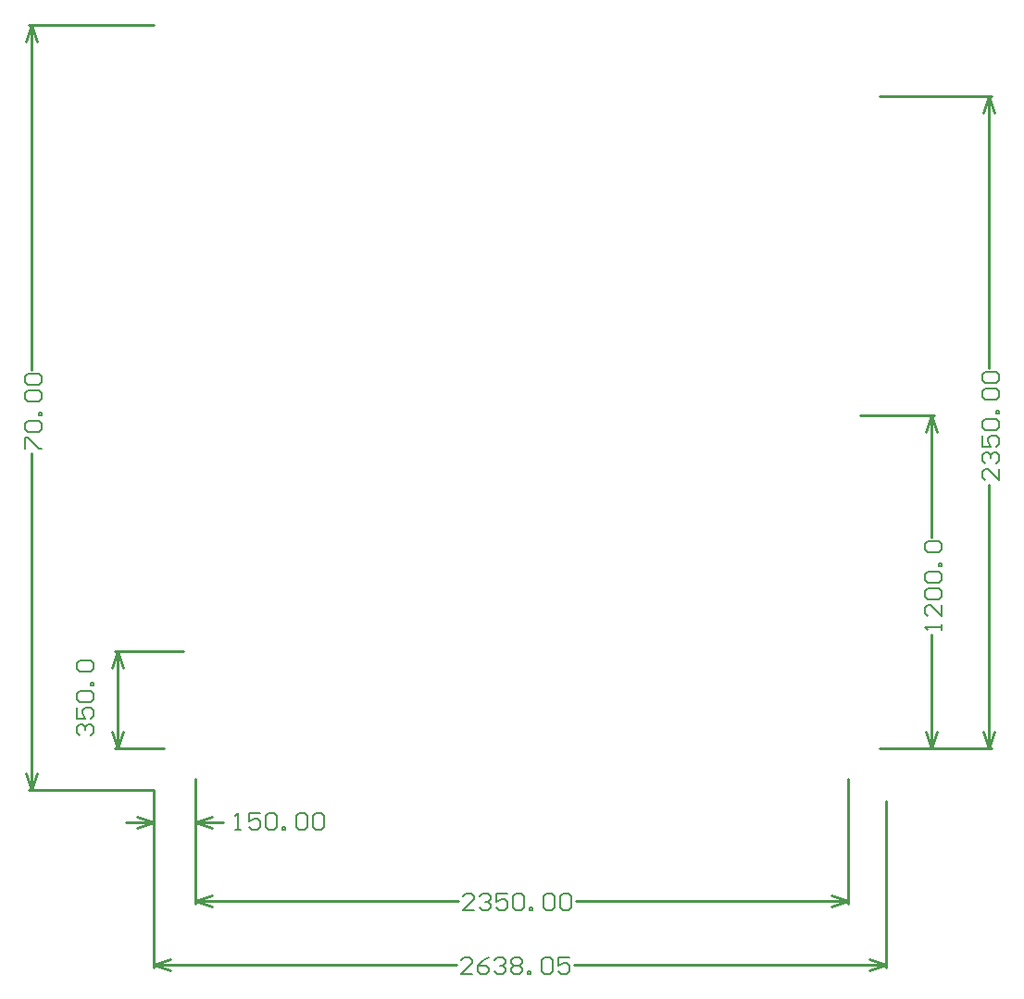
<source format=gbr>
G04 Layer_Color=16711935*
%FSLAX26Y26*%
%MOIN*%
%TF.FileFunction,Other,Mechanical_1*%
%TF.Part,Single*%
G01*
G75*
%TA.AperFunction,NonConductor*%
%ADD46C,0.010000*%
%ADD82C,0.006000*%
D46*
X2246378Y-1672063D02*
X2512850D01*
X2315276Y-2872063D02*
X2512850D01*
X2502850Y-2112115D02*
Y-1672063D01*
Y-2872063D02*
Y-2464012D01*
X2482850Y-1732063D02*
X2502850Y-1672063D01*
X2522850Y-1732063D01*
X2502850Y-2872063D02*
X2522850Y-2812063D01*
X2482850D02*
X2502850Y-2872063D01*
X-437150Y-2522063D02*
X-190677D01*
X-437150Y-2872063D02*
X-259575D01*
X-427150Y-2697063D02*
Y-2522063D01*
Y-2872063D02*
Y-2697063D01*
X-447150Y-2582063D02*
X-427150Y-2522063D01*
X-407150Y-2582063D01*
X-427150Y-2872063D02*
X-407150Y-2812063D01*
X-447150D02*
X-427150Y-2872063D01*
X2315276Y-522063D02*
X2719016D01*
X2315276Y-2872063D02*
X2719016D01*
X2709016Y-1502127D02*
Y-522063D01*
Y-2872063D02*
Y-1924000D01*
X2689016Y-582063D02*
X2709016Y-522063D01*
X2729016Y-582063D01*
X2709016Y-2872063D02*
X2729016Y-2812063D01*
X2689016D02*
X2709016Y-2872063D01*
X2202850Y-3432063D02*
Y-2984489D01*
X-147150Y-3432063D02*
Y-2984489D01*
X1222787Y-3422063D02*
X2202850D01*
X-147150D02*
X800913D01*
X2142850Y-3402063D02*
X2202850Y-3422063D01*
X2142850Y-3442063D02*
X2202850Y-3422063D01*
X-147150D02*
X-87150Y-3442063D01*
X-147150Y-3422063D02*
X-87150Y-3402063D01*
X-297150Y-3150646D02*
Y-3022063D01*
X-147150Y-3150646D02*
Y-2984489D01*
Y-3140646D02*
X-47150D01*
X-397150D02*
X-297150D01*
X-147150D02*
X-87150Y-3160646D01*
X-147150Y-3140646D02*
X-87150Y-3120646D01*
X-357150D02*
X-297150Y-3140646D01*
X-357150Y-3160646D02*
X-297150Y-3140646D01*
X-745260Y-266158D02*
X-297150D01*
X-745260Y-3022063D02*
X-297150D01*
X-735260Y-1509154D02*
Y-266158D01*
Y-3022063D02*
Y-1811067D01*
X-755260Y-326158D02*
X-735260Y-266158D01*
X-715260Y-326158D01*
X-735260Y-3022063D02*
X-715260Y-2962063D01*
X-755260D02*
X-735260Y-3022063D01*
X2340906Y-3662063D02*
Y-3061905D01*
X-297150Y-3662063D02*
Y-3022063D01*
X1216815Y-3652063D02*
X2340906D01*
X-297150D02*
X794941D01*
X2280906Y-3632063D02*
X2340906Y-3652063D01*
X2280906Y-3672063D02*
X2340906Y-3652063D01*
X-297150D02*
X-237150Y-3672063D01*
X-297150Y-3652063D02*
X-237150Y-3632063D01*
D82*
X2538841Y-2448012D02*
Y-2428018D01*
Y-2438015D01*
X2478860D01*
X2488857Y-2448012D01*
X2538841Y-2358041D02*
Y-2398028D01*
X2498854Y-2358041D01*
X2488857D01*
X2478860Y-2368038D01*
Y-2388031D01*
X2488857Y-2398028D01*
Y-2338047D02*
X2478860Y-2328050D01*
Y-2308057D01*
X2488857Y-2298060D01*
X2528844D01*
X2538841Y-2308057D01*
Y-2328050D01*
X2528844Y-2338047D01*
X2488857D01*
Y-2278067D02*
X2478860Y-2268070D01*
Y-2248076D01*
X2488857Y-2238080D01*
X2528844D01*
X2538841Y-2248076D01*
Y-2268070D01*
X2528844Y-2278067D01*
X2488857D01*
X2538841Y-2218086D02*
X2528844D01*
Y-2208089D01*
X2538841D01*
Y-2218086D01*
X2488857Y-2168102D02*
X2478860Y-2158106D01*
Y-2138112D01*
X2488857Y-2128115D01*
X2528844D01*
X2538841Y-2138112D01*
Y-2158106D01*
X2528844Y-2168102D01*
X2488857D01*
X-562133Y-2827063D02*
X-572130Y-2817067D01*
Y-2797073D01*
X-562133Y-2787076D01*
X-552137D01*
X-542140Y-2797073D01*
Y-2807070D01*
Y-2797073D01*
X-532143Y-2787076D01*
X-522146D01*
X-512150Y-2797073D01*
Y-2817067D01*
X-522146Y-2827063D01*
X-572130Y-2727096D02*
Y-2767083D01*
X-542140D01*
X-552137Y-2747089D01*
Y-2737093D01*
X-542140Y-2727096D01*
X-522146D01*
X-512150Y-2737093D01*
Y-2757086D01*
X-522146Y-2767083D01*
X-562133Y-2707102D02*
X-572130Y-2697105D01*
Y-2677112D01*
X-562133Y-2667115D01*
X-522146D01*
X-512150Y-2677112D01*
Y-2697105D01*
X-522146Y-2707102D01*
X-562133D01*
X-512150Y-2647122D02*
X-522146D01*
Y-2637125D01*
X-512150D01*
Y-2647122D01*
X-562133Y-2597138D02*
X-572130Y-2587141D01*
Y-2567148D01*
X-562133Y-2557151D01*
X-522146D01*
X-512150Y-2567148D01*
Y-2587141D01*
X-522146Y-2597138D01*
X-562133D01*
X2745006Y-1868013D02*
Y-1908000D01*
X2705019Y-1868013D01*
X2695022D01*
X2685026Y-1878010D01*
Y-1898004D01*
X2695022Y-1908000D01*
Y-1848020D02*
X2685026Y-1838023D01*
Y-1818030D01*
X2695022Y-1808033D01*
X2705019D01*
X2715016Y-1818030D01*
Y-1828026D01*
Y-1818030D01*
X2725013Y-1808033D01*
X2735009D01*
X2745006Y-1818030D01*
Y-1838023D01*
X2735009Y-1848020D01*
X2685026Y-1748052D02*
Y-1788039D01*
X2715016D01*
X2705019Y-1768046D01*
Y-1758049D01*
X2715016Y-1748052D01*
X2735009D01*
X2745006Y-1758049D01*
Y-1778042D01*
X2735009Y-1788039D01*
X2695022Y-1728059D02*
X2685026Y-1718062D01*
Y-1698068D01*
X2695022Y-1688072D01*
X2735009D01*
X2745006Y-1698068D01*
Y-1718062D01*
X2735009Y-1728059D01*
X2695022D01*
X2745006Y-1668078D02*
X2735009D01*
Y-1658081D01*
X2745006D01*
Y-1668078D01*
X2695022Y-1618094D02*
X2685026Y-1608097D01*
Y-1588104D01*
X2695022Y-1578107D01*
X2735009D01*
X2745006Y-1588104D01*
Y-1608097D01*
X2735009Y-1618094D01*
X2695022D01*
Y-1558114D02*
X2685026Y-1548117D01*
Y-1528123D01*
X2695022Y-1518127D01*
X2735009D01*
X2745006Y-1528123D01*
Y-1548117D01*
X2735009Y-1558114D01*
X2695022D01*
X856900Y-3458054D02*
X816913D01*
X856900Y-3418067D01*
Y-3408070D01*
X846904Y-3398073D01*
X826910D01*
X816913Y-3408070D01*
X876894D02*
X886891Y-3398073D01*
X906884D01*
X916881Y-3408070D01*
Y-3418067D01*
X906884Y-3428063D01*
X896888D01*
X906884D01*
X916881Y-3438060D01*
Y-3448057D01*
X906884Y-3458054D01*
X886891D01*
X876894Y-3448057D01*
X976862Y-3398073D02*
X936875D01*
Y-3428063D01*
X956868Y-3418067D01*
X966865D01*
X976862Y-3428063D01*
Y-3448057D01*
X966865Y-3458054D01*
X946871D01*
X936875Y-3448057D01*
X996855Y-3408070D02*
X1006852Y-3398073D01*
X1026845D01*
X1036842Y-3408070D01*
Y-3448057D01*
X1026845Y-3458054D01*
X1006852D01*
X996855Y-3448057D01*
Y-3408070D01*
X1056836Y-3458054D02*
Y-3448057D01*
X1066833D01*
Y-3458054D01*
X1056836D01*
X1106820Y-3408070D02*
X1116816Y-3398073D01*
X1136810D01*
X1146807Y-3408070D01*
Y-3448057D01*
X1136810Y-3458054D01*
X1116816D01*
X1106820Y-3448057D01*
Y-3408070D01*
X1166800D02*
X1176797Y-3398073D01*
X1196791D01*
X1206787Y-3408070D01*
Y-3448057D01*
X1196791Y-3458054D01*
X1176797D01*
X1166800Y-3448057D01*
Y-3408070D01*
X-4484Y-3166497D02*
X15509D01*
X5513D01*
Y-3106516D01*
X-4484Y-3116513D01*
X85487Y-3106516D02*
X45499D01*
Y-3136506D01*
X65493Y-3126510D01*
X75490D01*
X85487Y-3136506D01*
Y-3156500D01*
X75490Y-3166497D01*
X55496D01*
X45499Y-3156500D01*
X105480Y-3116513D02*
X115477Y-3106516D01*
X135470D01*
X145467Y-3116513D01*
Y-3156500D01*
X135470Y-3166497D01*
X115477D01*
X105480Y-3156500D01*
Y-3116513D01*
X165461Y-3166497D02*
Y-3156500D01*
X175458D01*
Y-3166497D01*
X165461D01*
X215445Y-3116513D02*
X225441Y-3106516D01*
X245435D01*
X255432Y-3116513D01*
Y-3156500D01*
X245435Y-3166497D01*
X225441D01*
X215445Y-3156500D01*
Y-3116513D01*
X275425D02*
X285422Y-3106516D01*
X305415D01*
X315412Y-3116513D01*
Y-3156500D01*
X305415Y-3166497D01*
X285422D01*
X275425Y-3156500D01*
Y-3116513D01*
X-759250Y-1795067D02*
Y-1755080D01*
X-749253D01*
X-709266Y-1795067D01*
X-699269D01*
X-749253Y-1735086D02*
X-759250Y-1725090D01*
Y-1705096D01*
X-749253Y-1695099D01*
X-709266D01*
X-699269Y-1705096D01*
Y-1725090D01*
X-709266Y-1735086D01*
X-749253D01*
X-699269Y-1675106D02*
X-709266D01*
Y-1665109D01*
X-699269D01*
Y-1675106D01*
X-749253Y-1625122D02*
X-759250Y-1615125D01*
Y-1595132D01*
X-749253Y-1585135D01*
X-709266D01*
X-699269Y-1595132D01*
Y-1615125D01*
X-709266Y-1625122D01*
X-749253D01*
Y-1565141D02*
X-759250Y-1555145D01*
Y-1535151D01*
X-749253Y-1525154D01*
X-709266D01*
X-699269Y-1535151D01*
Y-1555145D01*
X-709266Y-1565141D01*
X-749253D01*
X850928Y-3688054D02*
X810941D01*
X850928Y-3648067D01*
Y-3638070D01*
X840931Y-3628073D01*
X820938D01*
X810941Y-3638070D01*
X910909Y-3628073D02*
X890915Y-3638070D01*
X870922Y-3658063D01*
Y-3678057D01*
X880918Y-3688054D01*
X900912D01*
X910909Y-3678057D01*
Y-3668060D01*
X900912Y-3658063D01*
X870922D01*
X930902Y-3638070D02*
X940899Y-3628073D01*
X960893D01*
X970889Y-3638070D01*
Y-3648067D01*
X960893Y-3658063D01*
X950896D01*
X960893D01*
X970889Y-3668060D01*
Y-3678057D01*
X960893Y-3688054D01*
X940899D01*
X930902Y-3678057D01*
X990883Y-3638070D02*
X1000880Y-3628073D01*
X1020873D01*
X1030870Y-3638070D01*
Y-3648067D01*
X1020873Y-3658063D01*
X1030870Y-3668060D01*
Y-3678057D01*
X1020873Y-3688054D01*
X1000880D01*
X990883Y-3678057D01*
Y-3668060D01*
X1000880Y-3658063D01*
X990883Y-3648067D01*
Y-3638070D01*
X1000880Y-3658063D02*
X1020873D01*
X1050863Y-3688054D02*
Y-3678057D01*
X1060860D01*
Y-3688054D01*
X1050863D01*
X1100847Y-3638070D02*
X1110844Y-3628073D01*
X1130838D01*
X1140834Y-3638070D01*
Y-3678057D01*
X1130838Y-3688054D01*
X1110844D01*
X1100847Y-3678057D01*
Y-3638070D01*
X1200815Y-3628073D02*
X1160828D01*
Y-3658063D01*
X1180821Y-3648067D01*
X1190818D01*
X1200815Y-3658063D01*
Y-3678057D01*
X1190818Y-3688054D01*
X1170825D01*
X1160828Y-3678057D01*
%TF.MD5,cb9babb118c8421404e869ca85a36a83*%
M02*

</source>
